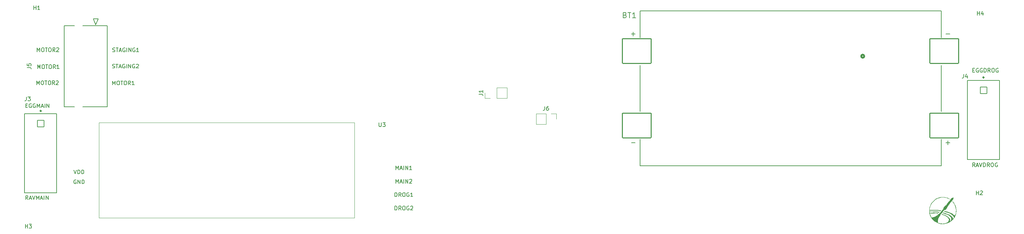
<source format=gto>
G04 #@! TF.GenerationSoftware,KiCad,Pcbnew,7.0.9*
G04 #@! TF.CreationDate,2024-04-01T22:01:12-07:00*
G04 #@! TF.ProjectId,AVcarrierBoard,41566361-7272-4696-9572-426f6172642e,rev?*
G04 #@! TF.SameCoordinates,Original*
G04 #@! TF.FileFunction,Legend,Top*
G04 #@! TF.FilePolarity,Positive*
%FSLAX46Y46*%
G04 Gerber Fmt 4.6, Leading zero omitted, Abs format (unit mm)*
G04 Created by KiCad (PCBNEW 7.0.9) date 2024-04-01 22:01:12*
%MOMM*%
%LPD*%
G01*
G04 APERTURE LIST*
G04 Aperture macros list*
%AMRoundRect*
0 Rectangle with rounded corners*
0 $1 Rounding radius*
0 $2 $3 $4 $5 $6 $7 $8 $9 X,Y pos of 4 corners*
0 Add a 4 corners polygon primitive as box body*
4,1,4,$2,$3,$4,$5,$6,$7,$8,$9,$2,$3,0*
0 Add four circle primitives for the rounded corners*
1,1,$1+$1,$2,$3*
1,1,$1+$1,$4,$5*
1,1,$1+$1,$6,$7*
1,1,$1+$1,$8,$9*
0 Add four rect primitives between the rounded corners*
20,1,$1+$1,$2,$3,$4,$5,0*
20,1,$1+$1,$4,$5,$6,$7,0*
20,1,$1+$1,$6,$7,$8,$9,0*
20,1,$1+$1,$8,$9,$2,$3,0*%
G04 Aperture macros list end*
%ADD10C,0.150000*%
%ADD11C,0.127000*%
%ADD12C,0.508000*%
%ADD13C,0.120000*%
%ADD14C,0.300000*%
%ADD15C,2.999999*%
%ADD16R,2.300000X2.300000*%
%ADD17C,2.300000*%
%ADD18C,3.170000*%
%ADD19C,3.450000*%
%ADD20C,2.390000*%
%ADD21RoundRect,0.102000X-3.670000X-3.175000X3.670000X-3.175000X3.670000X3.175000X-3.670000X3.175000X0*%
%ADD22C,3.654400*%
%ADD23C,2.387600*%
%ADD24R,1.700000X1.700000*%
%ADD25O,1.700000X1.700000*%
%ADD26RoundRect,0.102000X-0.825000X0.825000X-0.825000X-0.825000X0.825000X-0.825000X0.825000X0.825000X0*%
%ADD27C,1.854000*%
%ADD28C,3.200000*%
%ADD29R,2.032000X2.032000*%
%ADD30C,1.200000*%
%ADD31C,6.560820*%
%ADD32C,5.842000*%
%ADD33C,0.762000*%
%ADD34C,6.000000*%
%ADD35C,1.524000*%
G04 APERTURE END LIST*
D10*
X28578630Y-78203419D02*
X28578630Y-77203419D01*
X28578630Y-77203419D02*
X28911963Y-77917704D01*
X28911963Y-77917704D02*
X29245296Y-77203419D01*
X29245296Y-77203419D02*
X29245296Y-78203419D01*
X29911963Y-77203419D02*
X30102439Y-77203419D01*
X30102439Y-77203419D02*
X30197677Y-77251038D01*
X30197677Y-77251038D02*
X30292915Y-77346276D01*
X30292915Y-77346276D02*
X30340534Y-77536752D01*
X30340534Y-77536752D02*
X30340534Y-77870085D01*
X30340534Y-77870085D02*
X30292915Y-78060561D01*
X30292915Y-78060561D02*
X30197677Y-78155800D01*
X30197677Y-78155800D02*
X30102439Y-78203419D01*
X30102439Y-78203419D02*
X29911963Y-78203419D01*
X29911963Y-78203419D02*
X29816725Y-78155800D01*
X29816725Y-78155800D02*
X29721487Y-78060561D01*
X29721487Y-78060561D02*
X29673868Y-77870085D01*
X29673868Y-77870085D02*
X29673868Y-77536752D01*
X29673868Y-77536752D02*
X29721487Y-77346276D01*
X29721487Y-77346276D02*
X29816725Y-77251038D01*
X29816725Y-77251038D02*
X29911963Y-77203419D01*
X30626249Y-77203419D02*
X31197677Y-77203419D01*
X30911963Y-78203419D02*
X30911963Y-77203419D01*
X31721487Y-77203419D02*
X31911963Y-77203419D01*
X31911963Y-77203419D02*
X32007201Y-77251038D01*
X32007201Y-77251038D02*
X32102439Y-77346276D01*
X32102439Y-77346276D02*
X32150058Y-77536752D01*
X32150058Y-77536752D02*
X32150058Y-77870085D01*
X32150058Y-77870085D02*
X32102439Y-78060561D01*
X32102439Y-78060561D02*
X32007201Y-78155800D01*
X32007201Y-78155800D02*
X31911963Y-78203419D01*
X31911963Y-78203419D02*
X31721487Y-78203419D01*
X31721487Y-78203419D02*
X31626249Y-78155800D01*
X31626249Y-78155800D02*
X31531011Y-78060561D01*
X31531011Y-78060561D02*
X31483392Y-77870085D01*
X31483392Y-77870085D02*
X31483392Y-77536752D01*
X31483392Y-77536752D02*
X31531011Y-77346276D01*
X31531011Y-77346276D02*
X31626249Y-77251038D01*
X31626249Y-77251038D02*
X31721487Y-77203419D01*
X33150058Y-78203419D02*
X32816725Y-77727228D01*
X32578630Y-78203419D02*
X32578630Y-77203419D01*
X32578630Y-77203419D02*
X32959582Y-77203419D01*
X32959582Y-77203419D02*
X33054820Y-77251038D01*
X33054820Y-77251038D02*
X33102439Y-77298657D01*
X33102439Y-77298657D02*
X33150058Y-77393895D01*
X33150058Y-77393895D02*
X33150058Y-77536752D01*
X33150058Y-77536752D02*
X33102439Y-77631990D01*
X33102439Y-77631990D02*
X33054820Y-77679609D01*
X33054820Y-77679609D02*
X32959582Y-77727228D01*
X32959582Y-77727228D02*
X32578630Y-77727228D01*
X33531011Y-77298657D02*
X33578630Y-77251038D01*
X33578630Y-77251038D02*
X33673868Y-77203419D01*
X33673868Y-77203419D02*
X33911963Y-77203419D01*
X33911963Y-77203419D02*
X34007201Y-77251038D01*
X34007201Y-77251038D02*
X34054820Y-77298657D01*
X34054820Y-77298657D02*
X34102439Y-77393895D01*
X34102439Y-77393895D02*
X34102439Y-77489133D01*
X34102439Y-77489133D02*
X34054820Y-77631990D01*
X34054820Y-77631990D02*
X33483392Y-78203419D01*
X33483392Y-78203419D02*
X34102439Y-78203419D01*
X26206607Y-116201819D02*
X25873274Y-115725628D01*
X25635179Y-116201819D02*
X25635179Y-115201819D01*
X25635179Y-115201819D02*
X26016131Y-115201819D01*
X26016131Y-115201819D02*
X26111369Y-115249438D01*
X26111369Y-115249438D02*
X26158988Y-115297057D01*
X26158988Y-115297057D02*
X26206607Y-115392295D01*
X26206607Y-115392295D02*
X26206607Y-115535152D01*
X26206607Y-115535152D02*
X26158988Y-115630390D01*
X26158988Y-115630390D02*
X26111369Y-115678009D01*
X26111369Y-115678009D02*
X26016131Y-115725628D01*
X26016131Y-115725628D02*
X25635179Y-115725628D01*
X26587560Y-115916104D02*
X27063750Y-115916104D01*
X26492322Y-116201819D02*
X26825655Y-115201819D01*
X26825655Y-115201819D02*
X27158988Y-116201819D01*
X27349465Y-115201819D02*
X27682798Y-116201819D01*
X27682798Y-116201819D02*
X28016131Y-115201819D01*
X28349465Y-116201819D02*
X28349465Y-115201819D01*
X28349465Y-115201819D02*
X28682798Y-115916104D01*
X28682798Y-115916104D02*
X29016131Y-115201819D01*
X29016131Y-115201819D02*
X29016131Y-116201819D01*
X29444703Y-115916104D02*
X29920893Y-115916104D01*
X29349465Y-116201819D02*
X29682798Y-115201819D01*
X29682798Y-115201819D02*
X30016131Y-116201819D01*
X30349465Y-116201819D02*
X30349465Y-115201819D01*
X30825655Y-116201819D02*
X30825655Y-115201819D01*
X30825655Y-115201819D02*
X31397083Y-116201819D01*
X31397083Y-116201819D02*
X31397083Y-115201819D01*
X267913430Y-82962809D02*
X268246763Y-82962809D01*
X268389620Y-83486619D02*
X267913430Y-83486619D01*
X267913430Y-83486619D02*
X267913430Y-82486619D01*
X267913430Y-82486619D02*
X268389620Y-82486619D01*
X269342001Y-82534238D02*
X269246763Y-82486619D01*
X269246763Y-82486619D02*
X269103906Y-82486619D01*
X269103906Y-82486619D02*
X268961049Y-82534238D01*
X268961049Y-82534238D02*
X268865811Y-82629476D01*
X268865811Y-82629476D02*
X268818192Y-82724714D01*
X268818192Y-82724714D02*
X268770573Y-82915190D01*
X268770573Y-82915190D02*
X268770573Y-83058047D01*
X268770573Y-83058047D02*
X268818192Y-83248523D01*
X268818192Y-83248523D02*
X268865811Y-83343761D01*
X268865811Y-83343761D02*
X268961049Y-83439000D01*
X268961049Y-83439000D02*
X269103906Y-83486619D01*
X269103906Y-83486619D02*
X269199144Y-83486619D01*
X269199144Y-83486619D02*
X269342001Y-83439000D01*
X269342001Y-83439000D02*
X269389620Y-83391380D01*
X269389620Y-83391380D02*
X269389620Y-83058047D01*
X269389620Y-83058047D02*
X269199144Y-83058047D01*
X270342001Y-82534238D02*
X270246763Y-82486619D01*
X270246763Y-82486619D02*
X270103906Y-82486619D01*
X270103906Y-82486619D02*
X269961049Y-82534238D01*
X269961049Y-82534238D02*
X269865811Y-82629476D01*
X269865811Y-82629476D02*
X269818192Y-82724714D01*
X269818192Y-82724714D02*
X269770573Y-82915190D01*
X269770573Y-82915190D02*
X269770573Y-83058047D01*
X269770573Y-83058047D02*
X269818192Y-83248523D01*
X269818192Y-83248523D02*
X269865811Y-83343761D01*
X269865811Y-83343761D02*
X269961049Y-83439000D01*
X269961049Y-83439000D02*
X270103906Y-83486619D01*
X270103906Y-83486619D02*
X270199144Y-83486619D01*
X270199144Y-83486619D02*
X270342001Y-83439000D01*
X270342001Y-83439000D02*
X270389620Y-83391380D01*
X270389620Y-83391380D02*
X270389620Y-83058047D01*
X270389620Y-83058047D02*
X270199144Y-83058047D01*
X270818192Y-83486619D02*
X270818192Y-82486619D01*
X270818192Y-82486619D02*
X271056287Y-82486619D01*
X271056287Y-82486619D02*
X271199144Y-82534238D01*
X271199144Y-82534238D02*
X271294382Y-82629476D01*
X271294382Y-82629476D02*
X271342001Y-82724714D01*
X271342001Y-82724714D02*
X271389620Y-82915190D01*
X271389620Y-82915190D02*
X271389620Y-83058047D01*
X271389620Y-83058047D02*
X271342001Y-83248523D01*
X271342001Y-83248523D02*
X271294382Y-83343761D01*
X271294382Y-83343761D02*
X271199144Y-83439000D01*
X271199144Y-83439000D02*
X271056287Y-83486619D01*
X271056287Y-83486619D02*
X270818192Y-83486619D01*
X272389620Y-83486619D02*
X272056287Y-83010428D01*
X271818192Y-83486619D02*
X271818192Y-82486619D01*
X271818192Y-82486619D02*
X272199144Y-82486619D01*
X272199144Y-82486619D02*
X272294382Y-82534238D01*
X272294382Y-82534238D02*
X272342001Y-82581857D01*
X272342001Y-82581857D02*
X272389620Y-82677095D01*
X272389620Y-82677095D02*
X272389620Y-82819952D01*
X272389620Y-82819952D02*
X272342001Y-82915190D01*
X272342001Y-82915190D02*
X272294382Y-82962809D01*
X272294382Y-82962809D02*
X272199144Y-83010428D01*
X272199144Y-83010428D02*
X271818192Y-83010428D01*
X273008668Y-82486619D02*
X273199144Y-82486619D01*
X273199144Y-82486619D02*
X273294382Y-82534238D01*
X273294382Y-82534238D02*
X273389620Y-82629476D01*
X273389620Y-82629476D02*
X273437239Y-82819952D01*
X273437239Y-82819952D02*
X273437239Y-83153285D01*
X273437239Y-83153285D02*
X273389620Y-83343761D01*
X273389620Y-83343761D02*
X273294382Y-83439000D01*
X273294382Y-83439000D02*
X273199144Y-83486619D01*
X273199144Y-83486619D02*
X273008668Y-83486619D01*
X273008668Y-83486619D02*
X272913430Y-83439000D01*
X272913430Y-83439000D02*
X272818192Y-83343761D01*
X272818192Y-83343761D02*
X272770573Y-83153285D01*
X272770573Y-83153285D02*
X272770573Y-82819952D01*
X272770573Y-82819952D02*
X272818192Y-82629476D01*
X272818192Y-82629476D02*
X272913430Y-82534238D01*
X272913430Y-82534238D02*
X273008668Y-82486619D01*
X274389620Y-82534238D02*
X274294382Y-82486619D01*
X274294382Y-82486619D02*
X274151525Y-82486619D01*
X274151525Y-82486619D02*
X274008668Y-82534238D01*
X274008668Y-82534238D02*
X273913430Y-82629476D01*
X273913430Y-82629476D02*
X273865811Y-82724714D01*
X273865811Y-82724714D02*
X273818192Y-82915190D01*
X273818192Y-82915190D02*
X273818192Y-83058047D01*
X273818192Y-83058047D02*
X273865811Y-83248523D01*
X273865811Y-83248523D02*
X273913430Y-83343761D01*
X273913430Y-83343761D02*
X274008668Y-83439000D01*
X274008668Y-83439000D02*
X274151525Y-83486619D01*
X274151525Y-83486619D02*
X274246763Y-83486619D01*
X274246763Y-83486619D02*
X274389620Y-83439000D01*
X274389620Y-83439000D02*
X274437239Y-83391380D01*
X274437239Y-83391380D02*
X274437239Y-83058047D01*
X274437239Y-83058047D02*
X274246763Y-83058047D01*
X47888760Y-78206600D02*
X48031617Y-78254219D01*
X48031617Y-78254219D02*
X48269712Y-78254219D01*
X48269712Y-78254219D02*
X48364950Y-78206600D01*
X48364950Y-78206600D02*
X48412569Y-78158980D01*
X48412569Y-78158980D02*
X48460188Y-78063742D01*
X48460188Y-78063742D02*
X48460188Y-77968504D01*
X48460188Y-77968504D02*
X48412569Y-77873266D01*
X48412569Y-77873266D02*
X48364950Y-77825647D01*
X48364950Y-77825647D02*
X48269712Y-77778028D01*
X48269712Y-77778028D02*
X48079236Y-77730409D01*
X48079236Y-77730409D02*
X47983998Y-77682790D01*
X47983998Y-77682790D02*
X47936379Y-77635171D01*
X47936379Y-77635171D02*
X47888760Y-77539933D01*
X47888760Y-77539933D02*
X47888760Y-77444695D01*
X47888760Y-77444695D02*
X47936379Y-77349457D01*
X47936379Y-77349457D02*
X47983998Y-77301838D01*
X47983998Y-77301838D02*
X48079236Y-77254219D01*
X48079236Y-77254219D02*
X48317331Y-77254219D01*
X48317331Y-77254219D02*
X48460188Y-77301838D01*
X48745903Y-77254219D02*
X49317331Y-77254219D01*
X49031617Y-78254219D02*
X49031617Y-77254219D01*
X49603046Y-77968504D02*
X50079236Y-77968504D01*
X49507808Y-78254219D02*
X49841141Y-77254219D01*
X49841141Y-77254219D02*
X50174474Y-78254219D01*
X51031617Y-77301838D02*
X50936379Y-77254219D01*
X50936379Y-77254219D02*
X50793522Y-77254219D01*
X50793522Y-77254219D02*
X50650665Y-77301838D01*
X50650665Y-77301838D02*
X50555427Y-77397076D01*
X50555427Y-77397076D02*
X50507808Y-77492314D01*
X50507808Y-77492314D02*
X50460189Y-77682790D01*
X50460189Y-77682790D02*
X50460189Y-77825647D01*
X50460189Y-77825647D02*
X50507808Y-78016123D01*
X50507808Y-78016123D02*
X50555427Y-78111361D01*
X50555427Y-78111361D02*
X50650665Y-78206600D01*
X50650665Y-78206600D02*
X50793522Y-78254219D01*
X50793522Y-78254219D02*
X50888760Y-78254219D01*
X50888760Y-78254219D02*
X51031617Y-78206600D01*
X51031617Y-78206600D02*
X51079236Y-78158980D01*
X51079236Y-78158980D02*
X51079236Y-77825647D01*
X51079236Y-77825647D02*
X50888760Y-77825647D01*
X51507808Y-78254219D02*
X51507808Y-77254219D01*
X51983998Y-78254219D02*
X51983998Y-77254219D01*
X51983998Y-77254219D02*
X52555426Y-78254219D01*
X52555426Y-78254219D02*
X52555426Y-77254219D01*
X53555426Y-77301838D02*
X53460188Y-77254219D01*
X53460188Y-77254219D02*
X53317331Y-77254219D01*
X53317331Y-77254219D02*
X53174474Y-77301838D01*
X53174474Y-77301838D02*
X53079236Y-77397076D01*
X53079236Y-77397076D02*
X53031617Y-77492314D01*
X53031617Y-77492314D02*
X52983998Y-77682790D01*
X52983998Y-77682790D02*
X52983998Y-77825647D01*
X52983998Y-77825647D02*
X53031617Y-78016123D01*
X53031617Y-78016123D02*
X53079236Y-78111361D01*
X53079236Y-78111361D02*
X53174474Y-78206600D01*
X53174474Y-78206600D02*
X53317331Y-78254219D01*
X53317331Y-78254219D02*
X53412569Y-78254219D01*
X53412569Y-78254219D02*
X53555426Y-78206600D01*
X53555426Y-78206600D02*
X53603045Y-78158980D01*
X53603045Y-78158980D02*
X53603045Y-77825647D01*
X53603045Y-77825647D02*
X53412569Y-77825647D01*
X54555426Y-78254219D02*
X53983998Y-78254219D01*
X54269712Y-78254219D02*
X54269712Y-77254219D01*
X54269712Y-77254219D02*
X54174474Y-77397076D01*
X54174474Y-77397076D02*
X54079236Y-77492314D01*
X54079236Y-77492314D02*
X53983998Y-77539933D01*
X28680230Y-82572219D02*
X28680230Y-81572219D01*
X28680230Y-81572219D02*
X29013563Y-82286504D01*
X29013563Y-82286504D02*
X29346896Y-81572219D01*
X29346896Y-81572219D02*
X29346896Y-82572219D01*
X30013563Y-81572219D02*
X30204039Y-81572219D01*
X30204039Y-81572219D02*
X30299277Y-81619838D01*
X30299277Y-81619838D02*
X30394515Y-81715076D01*
X30394515Y-81715076D02*
X30442134Y-81905552D01*
X30442134Y-81905552D02*
X30442134Y-82238885D01*
X30442134Y-82238885D02*
X30394515Y-82429361D01*
X30394515Y-82429361D02*
X30299277Y-82524600D01*
X30299277Y-82524600D02*
X30204039Y-82572219D01*
X30204039Y-82572219D02*
X30013563Y-82572219D01*
X30013563Y-82572219D02*
X29918325Y-82524600D01*
X29918325Y-82524600D02*
X29823087Y-82429361D01*
X29823087Y-82429361D02*
X29775468Y-82238885D01*
X29775468Y-82238885D02*
X29775468Y-81905552D01*
X29775468Y-81905552D02*
X29823087Y-81715076D01*
X29823087Y-81715076D02*
X29918325Y-81619838D01*
X29918325Y-81619838D02*
X30013563Y-81572219D01*
X30727849Y-81572219D02*
X31299277Y-81572219D01*
X31013563Y-82572219D02*
X31013563Y-81572219D01*
X31823087Y-81572219D02*
X32013563Y-81572219D01*
X32013563Y-81572219D02*
X32108801Y-81619838D01*
X32108801Y-81619838D02*
X32204039Y-81715076D01*
X32204039Y-81715076D02*
X32251658Y-81905552D01*
X32251658Y-81905552D02*
X32251658Y-82238885D01*
X32251658Y-82238885D02*
X32204039Y-82429361D01*
X32204039Y-82429361D02*
X32108801Y-82524600D01*
X32108801Y-82524600D02*
X32013563Y-82572219D01*
X32013563Y-82572219D02*
X31823087Y-82572219D01*
X31823087Y-82572219D02*
X31727849Y-82524600D01*
X31727849Y-82524600D02*
X31632611Y-82429361D01*
X31632611Y-82429361D02*
X31584992Y-82238885D01*
X31584992Y-82238885D02*
X31584992Y-81905552D01*
X31584992Y-81905552D02*
X31632611Y-81715076D01*
X31632611Y-81715076D02*
X31727849Y-81619838D01*
X31727849Y-81619838D02*
X31823087Y-81572219D01*
X33251658Y-82572219D02*
X32918325Y-82096028D01*
X32680230Y-82572219D02*
X32680230Y-81572219D01*
X32680230Y-81572219D02*
X33061182Y-81572219D01*
X33061182Y-81572219D02*
X33156420Y-81619838D01*
X33156420Y-81619838D02*
X33204039Y-81667457D01*
X33204039Y-81667457D02*
X33251658Y-81762695D01*
X33251658Y-81762695D02*
X33251658Y-81905552D01*
X33251658Y-81905552D02*
X33204039Y-82000790D01*
X33204039Y-82000790D02*
X33156420Y-82048409D01*
X33156420Y-82048409D02*
X33061182Y-82096028D01*
X33061182Y-82096028D02*
X32680230Y-82096028D01*
X34204039Y-82572219D02*
X33632611Y-82572219D01*
X33918325Y-82572219D02*
X33918325Y-81572219D01*
X33918325Y-81572219D02*
X33823087Y-81715076D01*
X33823087Y-81715076D02*
X33727849Y-81810314D01*
X33727849Y-81810314D02*
X33632611Y-81857933D01*
X47837960Y-82372200D02*
X47980817Y-82419819D01*
X47980817Y-82419819D02*
X48218912Y-82419819D01*
X48218912Y-82419819D02*
X48314150Y-82372200D01*
X48314150Y-82372200D02*
X48361769Y-82324580D01*
X48361769Y-82324580D02*
X48409388Y-82229342D01*
X48409388Y-82229342D02*
X48409388Y-82134104D01*
X48409388Y-82134104D02*
X48361769Y-82038866D01*
X48361769Y-82038866D02*
X48314150Y-81991247D01*
X48314150Y-81991247D02*
X48218912Y-81943628D01*
X48218912Y-81943628D02*
X48028436Y-81896009D01*
X48028436Y-81896009D02*
X47933198Y-81848390D01*
X47933198Y-81848390D02*
X47885579Y-81800771D01*
X47885579Y-81800771D02*
X47837960Y-81705533D01*
X47837960Y-81705533D02*
X47837960Y-81610295D01*
X47837960Y-81610295D02*
X47885579Y-81515057D01*
X47885579Y-81515057D02*
X47933198Y-81467438D01*
X47933198Y-81467438D02*
X48028436Y-81419819D01*
X48028436Y-81419819D02*
X48266531Y-81419819D01*
X48266531Y-81419819D02*
X48409388Y-81467438D01*
X48695103Y-81419819D02*
X49266531Y-81419819D01*
X48980817Y-82419819D02*
X48980817Y-81419819D01*
X49552246Y-82134104D02*
X50028436Y-82134104D01*
X49457008Y-82419819D02*
X49790341Y-81419819D01*
X49790341Y-81419819D02*
X50123674Y-82419819D01*
X50980817Y-81467438D02*
X50885579Y-81419819D01*
X50885579Y-81419819D02*
X50742722Y-81419819D01*
X50742722Y-81419819D02*
X50599865Y-81467438D01*
X50599865Y-81467438D02*
X50504627Y-81562676D01*
X50504627Y-81562676D02*
X50457008Y-81657914D01*
X50457008Y-81657914D02*
X50409389Y-81848390D01*
X50409389Y-81848390D02*
X50409389Y-81991247D01*
X50409389Y-81991247D02*
X50457008Y-82181723D01*
X50457008Y-82181723D02*
X50504627Y-82276961D01*
X50504627Y-82276961D02*
X50599865Y-82372200D01*
X50599865Y-82372200D02*
X50742722Y-82419819D01*
X50742722Y-82419819D02*
X50837960Y-82419819D01*
X50837960Y-82419819D02*
X50980817Y-82372200D01*
X50980817Y-82372200D02*
X51028436Y-82324580D01*
X51028436Y-82324580D02*
X51028436Y-81991247D01*
X51028436Y-81991247D02*
X50837960Y-81991247D01*
X51457008Y-82419819D02*
X51457008Y-81419819D01*
X51933198Y-82419819D02*
X51933198Y-81419819D01*
X51933198Y-81419819D02*
X52504626Y-82419819D01*
X52504626Y-82419819D02*
X52504626Y-81419819D01*
X53504626Y-81467438D02*
X53409388Y-81419819D01*
X53409388Y-81419819D02*
X53266531Y-81419819D01*
X53266531Y-81419819D02*
X53123674Y-81467438D01*
X53123674Y-81467438D02*
X53028436Y-81562676D01*
X53028436Y-81562676D02*
X52980817Y-81657914D01*
X52980817Y-81657914D02*
X52933198Y-81848390D01*
X52933198Y-81848390D02*
X52933198Y-81991247D01*
X52933198Y-81991247D02*
X52980817Y-82181723D01*
X52980817Y-82181723D02*
X53028436Y-82276961D01*
X53028436Y-82276961D02*
X53123674Y-82372200D01*
X53123674Y-82372200D02*
X53266531Y-82419819D01*
X53266531Y-82419819D02*
X53361769Y-82419819D01*
X53361769Y-82419819D02*
X53504626Y-82372200D01*
X53504626Y-82372200D02*
X53552245Y-82324580D01*
X53552245Y-82324580D02*
X53552245Y-81991247D01*
X53552245Y-81991247D02*
X53361769Y-81991247D01*
X53933198Y-81515057D02*
X53980817Y-81467438D01*
X53980817Y-81467438D02*
X54076055Y-81419819D01*
X54076055Y-81419819D02*
X54314150Y-81419819D01*
X54314150Y-81419819D02*
X54409388Y-81467438D01*
X54409388Y-81467438D02*
X54457007Y-81515057D01*
X54457007Y-81515057D02*
X54504626Y-81610295D01*
X54504626Y-81610295D02*
X54504626Y-81705533D01*
X54504626Y-81705533D02*
X54457007Y-81848390D01*
X54457007Y-81848390D02*
X53885579Y-82419819D01*
X53885579Y-82419819D02*
X54504626Y-82419819D01*
X268472134Y-107769019D02*
X268138801Y-107292828D01*
X267900706Y-107769019D02*
X267900706Y-106769019D01*
X267900706Y-106769019D02*
X268281658Y-106769019D01*
X268281658Y-106769019D02*
X268376896Y-106816638D01*
X268376896Y-106816638D02*
X268424515Y-106864257D01*
X268424515Y-106864257D02*
X268472134Y-106959495D01*
X268472134Y-106959495D02*
X268472134Y-107102352D01*
X268472134Y-107102352D02*
X268424515Y-107197590D01*
X268424515Y-107197590D02*
X268376896Y-107245209D01*
X268376896Y-107245209D02*
X268281658Y-107292828D01*
X268281658Y-107292828D02*
X267900706Y-107292828D01*
X268853087Y-107483304D02*
X269329277Y-107483304D01*
X268757849Y-107769019D02*
X269091182Y-106769019D01*
X269091182Y-106769019D02*
X269424515Y-107769019D01*
X269614992Y-106769019D02*
X269948325Y-107769019D01*
X269948325Y-107769019D02*
X270281658Y-106769019D01*
X270614992Y-107769019D02*
X270614992Y-106769019D01*
X270614992Y-106769019D02*
X270853087Y-106769019D01*
X270853087Y-106769019D02*
X270995944Y-106816638D01*
X270995944Y-106816638D02*
X271091182Y-106911876D01*
X271091182Y-106911876D02*
X271138801Y-107007114D01*
X271138801Y-107007114D02*
X271186420Y-107197590D01*
X271186420Y-107197590D02*
X271186420Y-107340447D01*
X271186420Y-107340447D02*
X271138801Y-107530923D01*
X271138801Y-107530923D02*
X271091182Y-107626161D01*
X271091182Y-107626161D02*
X270995944Y-107721400D01*
X270995944Y-107721400D02*
X270853087Y-107769019D01*
X270853087Y-107769019D02*
X270614992Y-107769019D01*
X272186420Y-107769019D02*
X271853087Y-107292828D01*
X271614992Y-107769019D02*
X271614992Y-106769019D01*
X271614992Y-106769019D02*
X271995944Y-106769019D01*
X271995944Y-106769019D02*
X272091182Y-106816638D01*
X272091182Y-106816638D02*
X272138801Y-106864257D01*
X272138801Y-106864257D02*
X272186420Y-106959495D01*
X272186420Y-106959495D02*
X272186420Y-107102352D01*
X272186420Y-107102352D02*
X272138801Y-107197590D01*
X272138801Y-107197590D02*
X272091182Y-107245209D01*
X272091182Y-107245209D02*
X271995944Y-107292828D01*
X271995944Y-107292828D02*
X271614992Y-107292828D01*
X272805468Y-106769019D02*
X272995944Y-106769019D01*
X272995944Y-106769019D02*
X273091182Y-106816638D01*
X273091182Y-106816638D02*
X273186420Y-106911876D01*
X273186420Y-106911876D02*
X273234039Y-107102352D01*
X273234039Y-107102352D02*
X273234039Y-107435685D01*
X273234039Y-107435685D02*
X273186420Y-107626161D01*
X273186420Y-107626161D02*
X273091182Y-107721400D01*
X273091182Y-107721400D02*
X272995944Y-107769019D01*
X272995944Y-107769019D02*
X272805468Y-107769019D01*
X272805468Y-107769019D02*
X272710230Y-107721400D01*
X272710230Y-107721400D02*
X272614992Y-107626161D01*
X272614992Y-107626161D02*
X272567373Y-107435685D01*
X272567373Y-107435685D02*
X272567373Y-107102352D01*
X272567373Y-107102352D02*
X272614992Y-106911876D01*
X272614992Y-106911876D02*
X272710230Y-106816638D01*
X272710230Y-106816638D02*
X272805468Y-106769019D01*
X274186420Y-106816638D02*
X274091182Y-106769019D01*
X274091182Y-106769019D02*
X273948325Y-106769019D01*
X273948325Y-106769019D02*
X273805468Y-106816638D01*
X273805468Y-106816638D02*
X273710230Y-106911876D01*
X273710230Y-106911876D02*
X273662611Y-107007114D01*
X273662611Y-107007114D02*
X273614992Y-107197590D01*
X273614992Y-107197590D02*
X273614992Y-107340447D01*
X273614992Y-107340447D02*
X273662611Y-107530923D01*
X273662611Y-107530923D02*
X273710230Y-107626161D01*
X273710230Y-107626161D02*
X273805468Y-107721400D01*
X273805468Y-107721400D02*
X273948325Y-107769019D01*
X273948325Y-107769019D02*
X274043563Y-107769019D01*
X274043563Y-107769019D02*
X274186420Y-107721400D01*
X274186420Y-107721400D02*
X274234039Y-107673780D01*
X274234039Y-107673780D02*
X274234039Y-107340447D01*
X274234039Y-107340447D02*
X274043563Y-107340447D01*
X25635179Y-92056009D02*
X25968512Y-92056009D01*
X26111369Y-92579819D02*
X25635179Y-92579819D01*
X25635179Y-92579819D02*
X25635179Y-91579819D01*
X25635179Y-91579819D02*
X26111369Y-91579819D01*
X27063750Y-91627438D02*
X26968512Y-91579819D01*
X26968512Y-91579819D02*
X26825655Y-91579819D01*
X26825655Y-91579819D02*
X26682798Y-91627438D01*
X26682798Y-91627438D02*
X26587560Y-91722676D01*
X26587560Y-91722676D02*
X26539941Y-91817914D01*
X26539941Y-91817914D02*
X26492322Y-92008390D01*
X26492322Y-92008390D02*
X26492322Y-92151247D01*
X26492322Y-92151247D02*
X26539941Y-92341723D01*
X26539941Y-92341723D02*
X26587560Y-92436961D01*
X26587560Y-92436961D02*
X26682798Y-92532200D01*
X26682798Y-92532200D02*
X26825655Y-92579819D01*
X26825655Y-92579819D02*
X26920893Y-92579819D01*
X26920893Y-92579819D02*
X27063750Y-92532200D01*
X27063750Y-92532200D02*
X27111369Y-92484580D01*
X27111369Y-92484580D02*
X27111369Y-92151247D01*
X27111369Y-92151247D02*
X26920893Y-92151247D01*
X28063750Y-91627438D02*
X27968512Y-91579819D01*
X27968512Y-91579819D02*
X27825655Y-91579819D01*
X27825655Y-91579819D02*
X27682798Y-91627438D01*
X27682798Y-91627438D02*
X27587560Y-91722676D01*
X27587560Y-91722676D02*
X27539941Y-91817914D01*
X27539941Y-91817914D02*
X27492322Y-92008390D01*
X27492322Y-92008390D02*
X27492322Y-92151247D01*
X27492322Y-92151247D02*
X27539941Y-92341723D01*
X27539941Y-92341723D02*
X27587560Y-92436961D01*
X27587560Y-92436961D02*
X27682798Y-92532200D01*
X27682798Y-92532200D02*
X27825655Y-92579819D01*
X27825655Y-92579819D02*
X27920893Y-92579819D01*
X27920893Y-92579819D02*
X28063750Y-92532200D01*
X28063750Y-92532200D02*
X28111369Y-92484580D01*
X28111369Y-92484580D02*
X28111369Y-92151247D01*
X28111369Y-92151247D02*
X27920893Y-92151247D01*
X28539941Y-92579819D02*
X28539941Y-91579819D01*
X28539941Y-91579819D02*
X28873274Y-92294104D01*
X28873274Y-92294104D02*
X29206607Y-91579819D01*
X29206607Y-91579819D02*
X29206607Y-92579819D01*
X29635179Y-92294104D02*
X30111369Y-92294104D01*
X29539941Y-92579819D02*
X29873274Y-91579819D01*
X29873274Y-91579819D02*
X30206607Y-92579819D01*
X30539941Y-92579819D02*
X30539941Y-91579819D01*
X31016131Y-92579819D02*
X31016131Y-91579819D01*
X31016131Y-91579819D02*
X31587559Y-92579819D01*
X31587559Y-92579819D02*
X31587559Y-91579819D01*
X47885579Y-86737819D02*
X47885579Y-85737819D01*
X47885579Y-85737819D02*
X48218912Y-86452104D01*
X48218912Y-86452104D02*
X48552245Y-85737819D01*
X48552245Y-85737819D02*
X48552245Y-86737819D01*
X49218912Y-85737819D02*
X49409388Y-85737819D01*
X49409388Y-85737819D02*
X49504626Y-85785438D01*
X49504626Y-85785438D02*
X49599864Y-85880676D01*
X49599864Y-85880676D02*
X49647483Y-86071152D01*
X49647483Y-86071152D02*
X49647483Y-86404485D01*
X49647483Y-86404485D02*
X49599864Y-86594961D01*
X49599864Y-86594961D02*
X49504626Y-86690200D01*
X49504626Y-86690200D02*
X49409388Y-86737819D01*
X49409388Y-86737819D02*
X49218912Y-86737819D01*
X49218912Y-86737819D02*
X49123674Y-86690200D01*
X49123674Y-86690200D02*
X49028436Y-86594961D01*
X49028436Y-86594961D02*
X48980817Y-86404485D01*
X48980817Y-86404485D02*
X48980817Y-86071152D01*
X48980817Y-86071152D02*
X49028436Y-85880676D01*
X49028436Y-85880676D02*
X49123674Y-85785438D01*
X49123674Y-85785438D02*
X49218912Y-85737819D01*
X49933198Y-85737819D02*
X50504626Y-85737819D01*
X50218912Y-86737819D02*
X50218912Y-85737819D01*
X51028436Y-85737819D02*
X51218912Y-85737819D01*
X51218912Y-85737819D02*
X51314150Y-85785438D01*
X51314150Y-85785438D02*
X51409388Y-85880676D01*
X51409388Y-85880676D02*
X51457007Y-86071152D01*
X51457007Y-86071152D02*
X51457007Y-86404485D01*
X51457007Y-86404485D02*
X51409388Y-86594961D01*
X51409388Y-86594961D02*
X51314150Y-86690200D01*
X51314150Y-86690200D02*
X51218912Y-86737819D01*
X51218912Y-86737819D02*
X51028436Y-86737819D01*
X51028436Y-86737819D02*
X50933198Y-86690200D01*
X50933198Y-86690200D02*
X50837960Y-86594961D01*
X50837960Y-86594961D02*
X50790341Y-86404485D01*
X50790341Y-86404485D02*
X50790341Y-86071152D01*
X50790341Y-86071152D02*
X50837960Y-85880676D01*
X50837960Y-85880676D02*
X50933198Y-85785438D01*
X50933198Y-85785438D02*
X51028436Y-85737819D01*
X52457007Y-86737819D02*
X52123674Y-86261628D01*
X51885579Y-86737819D02*
X51885579Y-85737819D01*
X51885579Y-85737819D02*
X52266531Y-85737819D01*
X52266531Y-85737819D02*
X52361769Y-85785438D01*
X52361769Y-85785438D02*
X52409388Y-85833057D01*
X52409388Y-85833057D02*
X52457007Y-85928295D01*
X52457007Y-85928295D02*
X52457007Y-86071152D01*
X52457007Y-86071152D02*
X52409388Y-86166390D01*
X52409388Y-86166390D02*
X52361769Y-86214009D01*
X52361769Y-86214009D02*
X52266531Y-86261628D01*
X52266531Y-86261628D02*
X51885579Y-86261628D01*
X53409388Y-86737819D02*
X52837960Y-86737819D01*
X53123674Y-86737819D02*
X53123674Y-85737819D01*
X53123674Y-85737819D02*
X53028436Y-85880676D01*
X53028436Y-85880676D02*
X52933198Y-85975914D01*
X52933198Y-85975914D02*
X52837960Y-86023533D01*
X28477030Y-86687019D02*
X28477030Y-85687019D01*
X28477030Y-85687019D02*
X28810363Y-86401304D01*
X28810363Y-86401304D02*
X29143696Y-85687019D01*
X29143696Y-85687019D02*
X29143696Y-86687019D01*
X29810363Y-85687019D02*
X30000839Y-85687019D01*
X30000839Y-85687019D02*
X30096077Y-85734638D01*
X30096077Y-85734638D02*
X30191315Y-85829876D01*
X30191315Y-85829876D02*
X30238934Y-86020352D01*
X30238934Y-86020352D02*
X30238934Y-86353685D01*
X30238934Y-86353685D02*
X30191315Y-86544161D01*
X30191315Y-86544161D02*
X30096077Y-86639400D01*
X30096077Y-86639400D02*
X30000839Y-86687019D01*
X30000839Y-86687019D02*
X29810363Y-86687019D01*
X29810363Y-86687019D02*
X29715125Y-86639400D01*
X29715125Y-86639400D02*
X29619887Y-86544161D01*
X29619887Y-86544161D02*
X29572268Y-86353685D01*
X29572268Y-86353685D02*
X29572268Y-86020352D01*
X29572268Y-86020352D02*
X29619887Y-85829876D01*
X29619887Y-85829876D02*
X29715125Y-85734638D01*
X29715125Y-85734638D02*
X29810363Y-85687019D01*
X30524649Y-85687019D02*
X31096077Y-85687019D01*
X30810363Y-86687019D02*
X30810363Y-85687019D01*
X31619887Y-85687019D02*
X31810363Y-85687019D01*
X31810363Y-85687019D02*
X31905601Y-85734638D01*
X31905601Y-85734638D02*
X32000839Y-85829876D01*
X32000839Y-85829876D02*
X32048458Y-86020352D01*
X32048458Y-86020352D02*
X32048458Y-86353685D01*
X32048458Y-86353685D02*
X32000839Y-86544161D01*
X32000839Y-86544161D02*
X31905601Y-86639400D01*
X31905601Y-86639400D02*
X31810363Y-86687019D01*
X31810363Y-86687019D02*
X31619887Y-86687019D01*
X31619887Y-86687019D02*
X31524649Y-86639400D01*
X31524649Y-86639400D02*
X31429411Y-86544161D01*
X31429411Y-86544161D02*
X31381792Y-86353685D01*
X31381792Y-86353685D02*
X31381792Y-86020352D01*
X31381792Y-86020352D02*
X31429411Y-85829876D01*
X31429411Y-85829876D02*
X31524649Y-85734638D01*
X31524649Y-85734638D02*
X31619887Y-85687019D01*
X33048458Y-86687019D02*
X32715125Y-86210828D01*
X32477030Y-86687019D02*
X32477030Y-85687019D01*
X32477030Y-85687019D02*
X32857982Y-85687019D01*
X32857982Y-85687019D02*
X32953220Y-85734638D01*
X32953220Y-85734638D02*
X33000839Y-85782257D01*
X33000839Y-85782257D02*
X33048458Y-85877495D01*
X33048458Y-85877495D02*
X33048458Y-86020352D01*
X33048458Y-86020352D02*
X33000839Y-86115590D01*
X33000839Y-86115590D02*
X32953220Y-86163209D01*
X32953220Y-86163209D02*
X32857982Y-86210828D01*
X32857982Y-86210828D02*
X32477030Y-86210828D01*
X33429411Y-85782257D02*
X33477030Y-85734638D01*
X33477030Y-85734638D02*
X33572268Y-85687019D01*
X33572268Y-85687019D02*
X33810363Y-85687019D01*
X33810363Y-85687019D02*
X33905601Y-85734638D01*
X33905601Y-85734638D02*
X33953220Y-85782257D01*
X33953220Y-85782257D02*
X34000839Y-85877495D01*
X34000839Y-85877495D02*
X34000839Y-85972733D01*
X34000839Y-85972733D02*
X33953220Y-86115590D01*
X33953220Y-86115590D02*
X33381792Y-86687019D01*
X33381792Y-86687019D02*
X34000839Y-86687019D01*
X26012618Y-82263766D02*
X26726903Y-82263766D01*
X26726903Y-82263766D02*
X26869760Y-82311385D01*
X26869760Y-82311385D02*
X26964999Y-82406623D01*
X26964999Y-82406623D02*
X27012618Y-82549480D01*
X27012618Y-82549480D02*
X27012618Y-82644718D01*
X26012618Y-81311385D02*
X26012618Y-81787575D01*
X26012618Y-81787575D02*
X26488808Y-81835194D01*
X26488808Y-81835194D02*
X26441189Y-81787575D01*
X26441189Y-81787575D02*
X26393570Y-81692337D01*
X26393570Y-81692337D02*
X26393570Y-81454242D01*
X26393570Y-81454242D02*
X26441189Y-81359004D01*
X26441189Y-81359004D02*
X26488808Y-81311385D01*
X26488808Y-81311385D02*
X26584046Y-81263766D01*
X26584046Y-81263766D02*
X26822141Y-81263766D01*
X26822141Y-81263766D02*
X26917379Y-81311385D01*
X26917379Y-81311385D02*
X26964999Y-81359004D01*
X26964999Y-81359004D02*
X27012618Y-81454242D01*
X27012618Y-81454242D02*
X27012618Y-81692337D01*
X27012618Y-81692337D02*
X26964999Y-81787575D01*
X26964999Y-81787575D02*
X26917379Y-81835194D01*
X178935200Y-68791333D02*
X179135200Y-68858000D01*
X179135200Y-68858000D02*
X179201866Y-68924666D01*
X179201866Y-68924666D02*
X179268533Y-69058000D01*
X179268533Y-69058000D02*
X179268533Y-69258000D01*
X179268533Y-69258000D02*
X179201866Y-69391333D01*
X179201866Y-69391333D02*
X179135200Y-69458000D01*
X179135200Y-69458000D02*
X179001866Y-69524666D01*
X179001866Y-69524666D02*
X178468533Y-69524666D01*
X178468533Y-69524666D02*
X178468533Y-68124666D01*
X178468533Y-68124666D02*
X178935200Y-68124666D01*
X178935200Y-68124666D02*
X179068533Y-68191333D01*
X179068533Y-68191333D02*
X179135200Y-68258000D01*
X179135200Y-68258000D02*
X179201866Y-68391333D01*
X179201866Y-68391333D02*
X179201866Y-68524666D01*
X179201866Y-68524666D02*
X179135200Y-68658000D01*
X179135200Y-68658000D02*
X179068533Y-68724666D01*
X179068533Y-68724666D02*
X178935200Y-68791333D01*
X178935200Y-68791333D02*
X178468533Y-68791333D01*
X179668533Y-68124666D02*
X180468533Y-68124666D01*
X180068533Y-69524666D02*
X180068533Y-68124666D01*
X181668533Y-69524666D02*
X180868533Y-69524666D01*
X181268533Y-69524666D02*
X181268533Y-68124666D01*
X181268533Y-68124666D02*
X181135200Y-68324666D01*
X181135200Y-68324666D02*
X181001867Y-68458000D01*
X181001867Y-68458000D02*
X180868533Y-68524666D01*
X141595019Y-89131733D02*
X142309304Y-89131733D01*
X142309304Y-89131733D02*
X142452161Y-89179352D01*
X142452161Y-89179352D02*
X142547400Y-89274590D01*
X142547400Y-89274590D02*
X142595019Y-89417447D01*
X142595019Y-89417447D02*
X142595019Y-89512685D01*
X142595019Y-88131733D02*
X142595019Y-88703161D01*
X142595019Y-88417447D02*
X141595019Y-88417447D01*
X141595019Y-88417447D02*
X141737876Y-88512685D01*
X141737876Y-88512685D02*
X141833114Y-88607923D01*
X141833114Y-88607923D02*
X141880733Y-88703161D01*
X25828089Y-89827088D02*
X25828089Y-90542611D01*
X25828089Y-90542611D02*
X25780388Y-90685715D01*
X25780388Y-90685715D02*
X25684985Y-90781119D01*
X25684985Y-90781119D02*
X25541880Y-90828820D01*
X25541880Y-90828820D02*
X25446477Y-90828820D01*
X26209701Y-89827088D02*
X26829821Y-89827088D01*
X26829821Y-89827088D02*
X26495910Y-90208700D01*
X26495910Y-90208700D02*
X26639015Y-90208700D01*
X26639015Y-90208700D02*
X26734418Y-90256402D01*
X26734418Y-90256402D02*
X26782119Y-90304103D01*
X26782119Y-90304103D02*
X26829821Y-90399506D01*
X26829821Y-90399506D02*
X26829821Y-90638014D01*
X26829821Y-90638014D02*
X26782119Y-90733417D01*
X26782119Y-90733417D02*
X26734418Y-90781119D01*
X26734418Y-90781119D02*
X26639015Y-90828820D01*
X26639015Y-90828820D02*
X26352806Y-90828820D01*
X26352806Y-90828820D02*
X26257403Y-90781119D01*
X26257403Y-90781119D02*
X26209701Y-90733417D01*
X116027295Y-96456019D02*
X116027295Y-97265542D01*
X116027295Y-97265542D02*
X116074914Y-97360780D01*
X116074914Y-97360780D02*
X116122533Y-97408400D01*
X116122533Y-97408400D02*
X116217771Y-97456019D01*
X116217771Y-97456019D02*
X116408247Y-97456019D01*
X116408247Y-97456019D02*
X116503485Y-97408400D01*
X116503485Y-97408400D02*
X116551104Y-97360780D01*
X116551104Y-97360780D02*
X116598723Y-97265542D01*
X116598723Y-97265542D02*
X116598723Y-96456019D01*
X116979676Y-96456019D02*
X117598723Y-96456019D01*
X117598723Y-96456019D02*
X117265390Y-96836971D01*
X117265390Y-96836971D02*
X117408247Y-96836971D01*
X117408247Y-96836971D02*
X117503485Y-96884590D01*
X117503485Y-96884590D02*
X117551104Y-96932209D01*
X117551104Y-96932209D02*
X117598723Y-97027447D01*
X117598723Y-97027447D02*
X117598723Y-97265542D01*
X117598723Y-97265542D02*
X117551104Y-97360780D01*
X117551104Y-97360780D02*
X117503485Y-97408400D01*
X117503485Y-97408400D02*
X117408247Y-97456019D01*
X117408247Y-97456019D02*
X117122533Y-97456019D01*
X117122533Y-97456019D02*
X117027295Y-97408400D01*
X117027295Y-97408400D02*
X116979676Y-97360780D01*
X120093095Y-118894819D02*
X120093095Y-117894819D01*
X120093095Y-117894819D02*
X120331190Y-117894819D01*
X120331190Y-117894819D02*
X120474047Y-117942438D01*
X120474047Y-117942438D02*
X120569285Y-118037676D01*
X120569285Y-118037676D02*
X120616904Y-118132914D01*
X120616904Y-118132914D02*
X120664523Y-118323390D01*
X120664523Y-118323390D02*
X120664523Y-118466247D01*
X120664523Y-118466247D02*
X120616904Y-118656723D01*
X120616904Y-118656723D02*
X120569285Y-118751961D01*
X120569285Y-118751961D02*
X120474047Y-118847200D01*
X120474047Y-118847200D02*
X120331190Y-118894819D01*
X120331190Y-118894819D02*
X120093095Y-118894819D01*
X121664523Y-118894819D02*
X121331190Y-118418628D01*
X121093095Y-118894819D02*
X121093095Y-117894819D01*
X121093095Y-117894819D02*
X121474047Y-117894819D01*
X121474047Y-117894819D02*
X121569285Y-117942438D01*
X121569285Y-117942438D02*
X121616904Y-117990057D01*
X121616904Y-117990057D02*
X121664523Y-118085295D01*
X121664523Y-118085295D02*
X121664523Y-118228152D01*
X121664523Y-118228152D02*
X121616904Y-118323390D01*
X121616904Y-118323390D02*
X121569285Y-118371009D01*
X121569285Y-118371009D02*
X121474047Y-118418628D01*
X121474047Y-118418628D02*
X121093095Y-118418628D01*
X122283571Y-117894819D02*
X122474047Y-117894819D01*
X122474047Y-117894819D02*
X122569285Y-117942438D01*
X122569285Y-117942438D02*
X122664523Y-118037676D01*
X122664523Y-118037676D02*
X122712142Y-118228152D01*
X122712142Y-118228152D02*
X122712142Y-118561485D01*
X122712142Y-118561485D02*
X122664523Y-118751961D01*
X122664523Y-118751961D02*
X122569285Y-118847200D01*
X122569285Y-118847200D02*
X122474047Y-118894819D01*
X122474047Y-118894819D02*
X122283571Y-118894819D01*
X122283571Y-118894819D02*
X122188333Y-118847200D01*
X122188333Y-118847200D02*
X122093095Y-118751961D01*
X122093095Y-118751961D02*
X122045476Y-118561485D01*
X122045476Y-118561485D02*
X122045476Y-118228152D01*
X122045476Y-118228152D02*
X122093095Y-118037676D01*
X122093095Y-118037676D02*
X122188333Y-117942438D01*
X122188333Y-117942438D02*
X122283571Y-117894819D01*
X123664523Y-117942438D02*
X123569285Y-117894819D01*
X123569285Y-117894819D02*
X123426428Y-117894819D01*
X123426428Y-117894819D02*
X123283571Y-117942438D01*
X123283571Y-117942438D02*
X123188333Y-118037676D01*
X123188333Y-118037676D02*
X123140714Y-118132914D01*
X123140714Y-118132914D02*
X123093095Y-118323390D01*
X123093095Y-118323390D02*
X123093095Y-118466247D01*
X123093095Y-118466247D02*
X123140714Y-118656723D01*
X123140714Y-118656723D02*
X123188333Y-118751961D01*
X123188333Y-118751961D02*
X123283571Y-118847200D01*
X123283571Y-118847200D02*
X123426428Y-118894819D01*
X123426428Y-118894819D02*
X123521666Y-118894819D01*
X123521666Y-118894819D02*
X123664523Y-118847200D01*
X123664523Y-118847200D02*
X123712142Y-118799580D01*
X123712142Y-118799580D02*
X123712142Y-118466247D01*
X123712142Y-118466247D02*
X123521666Y-118466247D01*
X124093095Y-117990057D02*
X124140714Y-117942438D01*
X124140714Y-117942438D02*
X124235952Y-117894819D01*
X124235952Y-117894819D02*
X124474047Y-117894819D01*
X124474047Y-117894819D02*
X124569285Y-117942438D01*
X124569285Y-117942438D02*
X124616904Y-117990057D01*
X124616904Y-117990057D02*
X124664523Y-118085295D01*
X124664523Y-118085295D02*
X124664523Y-118180533D01*
X124664523Y-118180533D02*
X124616904Y-118323390D01*
X124616904Y-118323390D02*
X124045476Y-118894819D01*
X124045476Y-118894819D02*
X124664523Y-118894819D01*
X120355000Y-111974819D02*
X120355000Y-110974819D01*
X120355000Y-110974819D02*
X120688333Y-111689104D01*
X120688333Y-111689104D02*
X121021666Y-110974819D01*
X121021666Y-110974819D02*
X121021666Y-111974819D01*
X121450238Y-111689104D02*
X121926428Y-111689104D01*
X121355000Y-111974819D02*
X121688333Y-110974819D01*
X121688333Y-110974819D02*
X122021666Y-111974819D01*
X122355000Y-111974819D02*
X122355000Y-110974819D01*
X122831190Y-111974819D02*
X122831190Y-110974819D01*
X122831190Y-110974819D02*
X123402618Y-111974819D01*
X123402618Y-111974819D02*
X123402618Y-110974819D01*
X123831190Y-111070057D02*
X123878809Y-111022438D01*
X123878809Y-111022438D02*
X123974047Y-110974819D01*
X123974047Y-110974819D02*
X124212142Y-110974819D01*
X124212142Y-110974819D02*
X124307380Y-111022438D01*
X124307380Y-111022438D02*
X124354999Y-111070057D01*
X124354999Y-111070057D02*
X124402618Y-111165295D01*
X124402618Y-111165295D02*
X124402618Y-111260533D01*
X124402618Y-111260533D02*
X124354999Y-111403390D01*
X124354999Y-111403390D02*
X123783571Y-111974819D01*
X123783571Y-111974819D02*
X124402618Y-111974819D01*
X120093095Y-115434819D02*
X120093095Y-114434819D01*
X120093095Y-114434819D02*
X120331190Y-114434819D01*
X120331190Y-114434819D02*
X120474047Y-114482438D01*
X120474047Y-114482438D02*
X120569285Y-114577676D01*
X120569285Y-114577676D02*
X120616904Y-114672914D01*
X120616904Y-114672914D02*
X120664523Y-114863390D01*
X120664523Y-114863390D02*
X120664523Y-115006247D01*
X120664523Y-115006247D02*
X120616904Y-115196723D01*
X120616904Y-115196723D02*
X120569285Y-115291961D01*
X120569285Y-115291961D02*
X120474047Y-115387200D01*
X120474047Y-115387200D02*
X120331190Y-115434819D01*
X120331190Y-115434819D02*
X120093095Y-115434819D01*
X121664523Y-115434819D02*
X121331190Y-114958628D01*
X121093095Y-115434819D02*
X121093095Y-114434819D01*
X121093095Y-114434819D02*
X121474047Y-114434819D01*
X121474047Y-114434819D02*
X121569285Y-114482438D01*
X121569285Y-114482438D02*
X121616904Y-114530057D01*
X121616904Y-114530057D02*
X121664523Y-114625295D01*
X121664523Y-114625295D02*
X121664523Y-114768152D01*
X121664523Y-114768152D02*
X121616904Y-114863390D01*
X121616904Y-114863390D02*
X121569285Y-114911009D01*
X121569285Y-114911009D02*
X121474047Y-114958628D01*
X121474047Y-114958628D02*
X121093095Y-114958628D01*
X122283571Y-114434819D02*
X122474047Y-114434819D01*
X122474047Y-114434819D02*
X122569285Y-114482438D01*
X122569285Y-114482438D02*
X122664523Y-114577676D01*
X122664523Y-114577676D02*
X122712142Y-114768152D01*
X122712142Y-114768152D02*
X122712142Y-115101485D01*
X122712142Y-115101485D02*
X122664523Y-115291961D01*
X122664523Y-115291961D02*
X122569285Y-115387200D01*
X122569285Y-115387200D02*
X122474047Y-115434819D01*
X122474047Y-115434819D02*
X122283571Y-115434819D01*
X122283571Y-115434819D02*
X122188333Y-115387200D01*
X122188333Y-115387200D02*
X122093095Y-115291961D01*
X122093095Y-115291961D02*
X122045476Y-115101485D01*
X122045476Y-115101485D02*
X122045476Y-114768152D01*
X122045476Y-114768152D02*
X122093095Y-114577676D01*
X122093095Y-114577676D02*
X122188333Y-114482438D01*
X122188333Y-114482438D02*
X122283571Y-114434819D01*
X123664523Y-114482438D02*
X123569285Y-114434819D01*
X123569285Y-114434819D02*
X123426428Y-114434819D01*
X123426428Y-114434819D02*
X123283571Y-114482438D01*
X123283571Y-114482438D02*
X123188333Y-114577676D01*
X123188333Y-114577676D02*
X123140714Y-114672914D01*
X123140714Y-114672914D02*
X123093095Y-114863390D01*
X123093095Y-114863390D02*
X123093095Y-115006247D01*
X123093095Y-115006247D02*
X123140714Y-115196723D01*
X123140714Y-115196723D02*
X123188333Y-115291961D01*
X123188333Y-115291961D02*
X123283571Y-115387200D01*
X123283571Y-115387200D02*
X123426428Y-115434819D01*
X123426428Y-115434819D02*
X123521666Y-115434819D01*
X123521666Y-115434819D02*
X123664523Y-115387200D01*
X123664523Y-115387200D02*
X123712142Y-115339580D01*
X123712142Y-115339580D02*
X123712142Y-115006247D01*
X123712142Y-115006247D02*
X123521666Y-115006247D01*
X124664523Y-115434819D02*
X124093095Y-115434819D01*
X124378809Y-115434819D02*
X124378809Y-114434819D01*
X124378809Y-114434819D02*
X124283571Y-114577676D01*
X124283571Y-114577676D02*
X124188333Y-114672914D01*
X124188333Y-114672914D02*
X124093095Y-114720533D01*
X37941667Y-108594819D02*
X38275000Y-109594819D01*
X38275000Y-109594819D02*
X38608333Y-108594819D01*
X38941667Y-109594819D02*
X38941667Y-108594819D01*
X38941667Y-108594819D02*
X39179762Y-108594819D01*
X39179762Y-108594819D02*
X39322619Y-108642438D01*
X39322619Y-108642438D02*
X39417857Y-108737676D01*
X39417857Y-108737676D02*
X39465476Y-108832914D01*
X39465476Y-108832914D02*
X39513095Y-109023390D01*
X39513095Y-109023390D02*
X39513095Y-109166247D01*
X39513095Y-109166247D02*
X39465476Y-109356723D01*
X39465476Y-109356723D02*
X39417857Y-109451961D01*
X39417857Y-109451961D02*
X39322619Y-109547200D01*
X39322619Y-109547200D02*
X39179762Y-109594819D01*
X39179762Y-109594819D02*
X38941667Y-109594819D01*
X39941667Y-109594819D02*
X39941667Y-108594819D01*
X39941667Y-108594819D02*
X40179762Y-108594819D01*
X40179762Y-108594819D02*
X40322619Y-108642438D01*
X40322619Y-108642438D02*
X40417857Y-108737676D01*
X40417857Y-108737676D02*
X40465476Y-108832914D01*
X40465476Y-108832914D02*
X40513095Y-109023390D01*
X40513095Y-109023390D02*
X40513095Y-109166247D01*
X40513095Y-109166247D02*
X40465476Y-109356723D01*
X40465476Y-109356723D02*
X40417857Y-109451961D01*
X40417857Y-109451961D02*
X40322619Y-109547200D01*
X40322619Y-109547200D02*
X40179762Y-109594819D01*
X40179762Y-109594819D02*
X39941667Y-109594819D01*
X38513095Y-111182438D02*
X38417857Y-111134819D01*
X38417857Y-111134819D02*
X38275000Y-111134819D01*
X38275000Y-111134819D02*
X38132143Y-111182438D01*
X38132143Y-111182438D02*
X38036905Y-111277676D01*
X38036905Y-111277676D02*
X37989286Y-111372914D01*
X37989286Y-111372914D02*
X37941667Y-111563390D01*
X37941667Y-111563390D02*
X37941667Y-111706247D01*
X37941667Y-111706247D02*
X37989286Y-111896723D01*
X37989286Y-111896723D02*
X38036905Y-111991961D01*
X38036905Y-111991961D02*
X38132143Y-112087200D01*
X38132143Y-112087200D02*
X38275000Y-112134819D01*
X38275000Y-112134819D02*
X38370238Y-112134819D01*
X38370238Y-112134819D02*
X38513095Y-112087200D01*
X38513095Y-112087200D02*
X38560714Y-112039580D01*
X38560714Y-112039580D02*
X38560714Y-111706247D01*
X38560714Y-111706247D02*
X38370238Y-111706247D01*
X38989286Y-112134819D02*
X38989286Y-111134819D01*
X38989286Y-111134819D02*
X39560714Y-112134819D01*
X39560714Y-112134819D02*
X39560714Y-111134819D01*
X40036905Y-112134819D02*
X40036905Y-111134819D01*
X40036905Y-111134819D02*
X40275000Y-111134819D01*
X40275000Y-111134819D02*
X40417857Y-111182438D01*
X40417857Y-111182438D02*
X40513095Y-111277676D01*
X40513095Y-111277676D02*
X40560714Y-111372914D01*
X40560714Y-111372914D02*
X40608333Y-111563390D01*
X40608333Y-111563390D02*
X40608333Y-111706247D01*
X40608333Y-111706247D02*
X40560714Y-111896723D01*
X40560714Y-111896723D02*
X40513095Y-111991961D01*
X40513095Y-111991961D02*
X40417857Y-112087200D01*
X40417857Y-112087200D02*
X40275000Y-112134819D01*
X40275000Y-112134819D02*
X40036905Y-112134819D01*
X120355000Y-108514819D02*
X120355000Y-107514819D01*
X120355000Y-107514819D02*
X120688333Y-108229104D01*
X120688333Y-108229104D02*
X121021666Y-107514819D01*
X121021666Y-107514819D02*
X121021666Y-108514819D01*
X121450238Y-108229104D02*
X121926428Y-108229104D01*
X121355000Y-108514819D02*
X121688333Y-107514819D01*
X121688333Y-107514819D02*
X122021666Y-108514819D01*
X122355000Y-108514819D02*
X122355000Y-107514819D01*
X122831190Y-108514819D02*
X122831190Y-107514819D01*
X122831190Y-107514819D02*
X123402618Y-108514819D01*
X123402618Y-108514819D02*
X123402618Y-107514819D01*
X124402618Y-108514819D02*
X123831190Y-108514819D01*
X124116904Y-108514819D02*
X124116904Y-107514819D01*
X124116904Y-107514819D02*
X124021666Y-107657676D01*
X124021666Y-107657676D02*
X123926428Y-107752914D01*
X123926428Y-107752914D02*
X123831190Y-107800533D01*
X27686095Y-67418419D02*
X27686095Y-66418419D01*
X27686095Y-66894609D02*
X28257523Y-66894609D01*
X28257523Y-67418419D02*
X28257523Y-66418419D01*
X29257523Y-67418419D02*
X28686095Y-67418419D01*
X28971809Y-67418419D02*
X28971809Y-66418419D01*
X28971809Y-66418419D02*
X28876571Y-66561276D01*
X28876571Y-66561276D02*
X28781333Y-66656514D01*
X28781333Y-66656514D02*
X28686095Y-66704133D01*
X25552495Y-123543219D02*
X25552495Y-122543219D01*
X25552495Y-123019409D02*
X26123923Y-123019409D01*
X26123923Y-123543219D02*
X26123923Y-122543219D01*
X26504876Y-122543219D02*
X27123923Y-122543219D01*
X27123923Y-122543219D02*
X26790590Y-122924171D01*
X26790590Y-122924171D02*
X26933447Y-122924171D01*
X26933447Y-122924171D02*
X27028685Y-122971790D01*
X27028685Y-122971790D02*
X27076304Y-123019409D01*
X27076304Y-123019409D02*
X27123923Y-123114647D01*
X27123923Y-123114647D02*
X27123923Y-123352742D01*
X27123923Y-123352742D02*
X27076304Y-123447980D01*
X27076304Y-123447980D02*
X27028685Y-123495600D01*
X27028685Y-123495600D02*
X26933447Y-123543219D01*
X26933447Y-123543219D02*
X26647733Y-123543219D01*
X26647733Y-123543219D02*
X26552495Y-123495600D01*
X26552495Y-123495600D02*
X26504876Y-123447980D01*
X265604089Y-83985088D02*
X265604089Y-84700611D01*
X265604089Y-84700611D02*
X265556388Y-84843715D01*
X265556388Y-84843715D02*
X265460985Y-84939119D01*
X265460985Y-84939119D02*
X265317880Y-84986820D01*
X265317880Y-84986820D02*
X265222477Y-84986820D01*
X266510418Y-84318999D02*
X266510418Y-84986820D01*
X266271910Y-83937387D02*
X266033403Y-84652909D01*
X266033403Y-84652909D02*
X266653522Y-84652909D01*
X268833695Y-114967219D02*
X268833695Y-113967219D01*
X268833695Y-114443409D02*
X269405123Y-114443409D01*
X269405123Y-114967219D02*
X269405123Y-113967219D01*
X269833695Y-114062457D02*
X269881314Y-114014838D01*
X269881314Y-114014838D02*
X269976552Y-113967219D01*
X269976552Y-113967219D02*
X270214647Y-113967219D01*
X270214647Y-113967219D02*
X270309885Y-114014838D01*
X270309885Y-114014838D02*
X270357504Y-114062457D01*
X270357504Y-114062457D02*
X270405123Y-114157695D01*
X270405123Y-114157695D02*
X270405123Y-114252933D01*
X270405123Y-114252933D02*
X270357504Y-114395790D01*
X270357504Y-114395790D02*
X269786076Y-114967219D01*
X269786076Y-114967219D02*
X270405123Y-114967219D01*
X158416666Y-92266419D02*
X158416666Y-92980704D01*
X158416666Y-92980704D02*
X158369047Y-93123561D01*
X158369047Y-93123561D02*
X158273809Y-93218800D01*
X158273809Y-93218800D02*
X158130952Y-93266419D01*
X158130952Y-93266419D02*
X158035714Y-93266419D01*
X159321428Y-92266419D02*
X159130952Y-92266419D01*
X159130952Y-92266419D02*
X159035714Y-92314038D01*
X159035714Y-92314038D02*
X158988095Y-92361657D01*
X158988095Y-92361657D02*
X158892857Y-92504514D01*
X158892857Y-92504514D02*
X158845238Y-92694990D01*
X158845238Y-92694990D02*
X158845238Y-93075942D01*
X158845238Y-93075942D02*
X158892857Y-93171180D01*
X158892857Y-93171180D02*
X158940476Y-93218800D01*
X158940476Y-93218800D02*
X159035714Y-93266419D01*
X159035714Y-93266419D02*
X159226190Y-93266419D01*
X159226190Y-93266419D02*
X159321428Y-93218800D01*
X159321428Y-93218800D02*
X159369047Y-93171180D01*
X159369047Y-93171180D02*
X159416666Y-93075942D01*
X159416666Y-93075942D02*
X159416666Y-92837847D01*
X159416666Y-92837847D02*
X159369047Y-92742609D01*
X159369047Y-92742609D02*
X159321428Y-92694990D01*
X159321428Y-92694990D02*
X159226190Y-92647371D01*
X159226190Y-92647371D02*
X159035714Y-92647371D01*
X159035714Y-92647371D02*
X158940476Y-92694990D01*
X158940476Y-92694990D02*
X158892857Y-92742609D01*
X158892857Y-92742609D02*
X158845238Y-92837847D01*
X269087695Y-68840819D02*
X269087695Y-67840819D01*
X269087695Y-68317009D02*
X269659123Y-68317009D01*
X269659123Y-68840819D02*
X269659123Y-67840819D01*
X270563885Y-68174152D02*
X270563885Y-68840819D01*
X270325790Y-67793200D02*
X270087695Y-68507485D01*
X270087695Y-68507485D02*
X270706742Y-68507485D01*
D11*
X35457797Y-92330413D02*
X38140511Y-92330413D01*
X40193088Y-92330413D02*
X46457798Y-92330413D01*
X46457798Y-92330413D02*
X46457798Y-71530454D01*
X35457797Y-71530454D02*
X35457797Y-92330413D01*
X38140467Y-71530454D02*
X35457797Y-71530454D01*
X46457798Y-71530454D02*
X40193133Y-71530454D01*
X43557799Y-71276454D02*
X42922799Y-69752454D01*
X42922799Y-69752454D02*
X44192799Y-69752454D01*
X44192799Y-69752454D02*
X43557799Y-71276454D01*
X180570000Y-73630000D02*
X181570000Y-73630000D01*
X180570000Y-101630000D02*
X181570000Y-101630000D01*
X181070000Y-73130000D02*
X181070000Y-74130000D01*
X182790000Y-67740000D02*
X259850000Y-67740000D01*
X182790000Y-74580000D02*
X182790000Y-67740000D01*
X182790000Y-81680000D02*
X182790000Y-93580000D01*
X182790000Y-100680000D02*
X182790000Y-107520000D01*
X182790000Y-107520000D02*
X259850000Y-107520000D01*
X259850000Y-67740000D02*
X259850000Y-74580000D01*
X259850000Y-81680000D02*
X259850000Y-93580000D01*
X259850000Y-107520000D02*
X259850000Y-100680000D01*
X261570000Y-102130000D02*
X261570000Y-101130000D01*
X262070000Y-73630000D02*
X261070000Y-73630000D01*
X262070000Y-101630000D02*
X261070000Y-101630000D01*
D12*
X240144300Y-79375000D02*
G75*
G03*
X240144300Y-79375000I-381000J0D01*
G01*
G36*
X260607949Y-115567586D02*
G01*
X261043264Y-115642611D01*
X261472875Y-115774716D01*
X261772099Y-115903722D01*
X261894216Y-115965297D01*
X261993398Y-116019664D01*
X262058807Y-116060585D01*
X262079842Y-116080844D01*
X262068229Y-116113445D01*
X262028738Y-116119075D01*
X261954384Y-116096285D01*
X261838186Y-116043626D01*
X261793284Y-116021366D01*
X261447297Y-115870657D01*
X261087671Y-115756348D01*
X260856146Y-115705292D01*
X260645450Y-115678970D01*
X260398757Y-115666005D01*
X260138600Y-115666348D01*
X259887512Y-115679948D01*
X259668027Y-115706754D01*
X259660994Y-115707966D01*
X259239098Y-115811159D01*
X258839158Y-115967389D01*
X258465155Y-116172400D01*
X258121070Y-116421936D01*
X257810884Y-116711739D01*
X257538578Y-117037552D01*
X257308134Y-117395121D01*
X257123532Y-117780187D01*
X256988755Y-118188494D01*
X256907784Y-118615786D01*
X256903100Y-118656610D01*
X256882770Y-118844258D01*
X257492240Y-118844694D01*
X257744285Y-118846973D01*
X258009413Y-118853132D01*
X258280521Y-118862676D01*
X258550510Y-118875112D01*
X258812279Y-118889943D01*
X259058728Y-118906675D01*
X259282755Y-118924813D01*
X259477261Y-118943863D01*
X259635144Y-118963330D01*
X259749304Y-118982718D01*
X259812640Y-119001533D01*
X259820620Y-119006943D01*
X259815972Y-119039042D01*
X259779575Y-119086237D01*
X259752975Y-119110354D01*
X259723264Y-119125540D01*
X259679496Y-119132134D01*
X259610721Y-119130473D01*
X259505993Y-119120897D01*
X259354362Y-119103743D01*
X259324777Y-119100290D01*
X259094739Y-119076974D01*
X258829978Y-119056067D01*
X258543886Y-119038131D01*
X258249850Y-119023729D01*
X257961263Y-119013425D01*
X257691512Y-119007781D01*
X257453988Y-119007361D01*
X257262080Y-119012728D01*
X257253541Y-119013179D01*
X256885752Y-119033174D01*
X256885752Y-119144598D01*
X256885752Y-119256022D01*
X257718908Y-119273506D01*
X257955394Y-119280088D01*
X258198297Y-119289763D01*
X258439793Y-119301947D01*
X258672060Y-119316054D01*
X258887275Y-119331500D01*
X259077613Y-119347699D01*
X259235252Y-119364068D01*
X259352369Y-119380021D01*
X259421140Y-119394973D01*
X259434847Y-119401785D01*
X259426748Y-119430566D01*
X259387202Y-119478611D01*
X259353881Y-119507871D01*
X259316940Y-119523890D01*
X259262014Y-119527921D01*
X259174740Y-119521219D01*
X259058609Y-119507292D01*
X258726672Y-119472147D01*
X258355056Y-119444423D01*
X257963801Y-119425257D01*
X257572949Y-119415788D01*
X257433683Y-119414970D01*
X257242371Y-119414831D01*
X257103426Y-119416477D01*
X257009177Y-119422674D01*
X256951952Y-119436185D01*
X256924080Y-119459773D01*
X256917888Y-119496202D01*
X256925706Y-119548234D01*
X256935226Y-119594525D01*
X256954677Y-119691778D01*
X257408098Y-119671028D01*
X257596829Y-119666239D01*
X257817204Y-119666858D01*
X258055154Y-119672266D01*
X258296610Y-119681843D01*
X258527506Y-119694973D01*
X258733772Y-119711036D01*
X258901341Y-119729414D01*
X258968107Y-119739609D01*
X259040533Y-119754414D01*
X259062207Y-119770367D01*
X259041703Y-119797896D01*
X259027096Y-119811338D01*
X258992850Y-119835478D01*
X258947896Y-119847861D01*
X258878186Y-119849480D01*
X258769670Y-119841328D01*
X258701124Y-119834390D01*
X258595119Y-119826338D01*
X258450301Y-119819726D01*
X258276551Y-119814580D01*
X258083747Y-119810930D01*
X257881769Y-119808804D01*
X257680496Y-119808228D01*
X257489806Y-119809233D01*
X257319580Y-119811844D01*
X257179696Y-119816092D01*
X257080033Y-119822003D01*
X257030472Y-119829606D01*
X257030381Y-119829642D01*
X257004412Y-119845409D01*
X256996818Y-119874108D01*
X257008319Y-119930150D01*
X257039634Y-120027944D01*
X257040389Y-120030192D01*
X257102863Y-120199873D01*
X257173552Y-120365441D01*
X257246620Y-120515420D01*
X257316236Y-120638333D01*
X257376566Y-120722704D01*
X257406479Y-120750449D01*
X257454988Y-120776103D01*
X257509822Y-120786493D01*
X257588933Y-120782662D01*
X257699007Y-120767405D01*
X257902557Y-120724024D01*
X258094775Y-120655604D01*
X258294944Y-120554359D01*
X258431969Y-120471387D01*
X258723203Y-120270826D01*
X259020241Y-120034917D01*
X259327711Y-119759421D01*
X259650241Y-119440099D01*
X259992463Y-119072711D01*
X260138298Y-118908618D01*
X260463539Y-118538175D01*
X260397859Y-118468261D01*
X260369080Y-118437043D01*
X260353446Y-118409783D01*
X260355042Y-118377533D01*
X260377956Y-118331347D01*
X260426275Y-118262275D01*
X260504084Y-118161370D01*
X260585046Y-118058410D01*
X260697428Y-117922465D01*
X260784436Y-117833700D01*
X260850933Y-117787415D01*
X260873596Y-117779583D01*
X260894946Y-117773036D01*
X260918715Y-117760281D01*
X260947928Y-117737706D01*
X260985609Y-117701701D01*
X261034785Y-117648653D01*
X261098480Y-117574953D01*
X261179720Y-117476990D01*
X261281530Y-117351153D01*
X261406935Y-117193830D01*
X261558961Y-117001411D01*
X261740633Y-116770286D01*
X261954976Y-116496843D01*
X262050263Y-116375160D01*
X262514249Y-115782540D01*
X262732388Y-115709197D01*
X262950527Y-115635854D01*
X262950527Y-115734683D01*
X262949755Y-115824363D01*
X262944946Y-115901378D01*
X262932368Y-115972523D01*
X262908286Y-116044595D01*
X262868963Y-116124387D01*
X262810666Y-116218697D01*
X262729661Y-116334319D01*
X262622211Y-116478048D01*
X262484583Y-116656679D01*
X262345793Y-116834990D01*
X262129880Y-117112511D01*
X261948318Y-117347179D01*
X261798111Y-117543158D01*
X261676263Y-117704615D01*
X261579777Y-117835715D01*
X261505655Y-117940623D01*
X261450902Y-118023505D01*
X261412521Y-118088525D01*
X261387515Y-118139849D01*
X261372887Y-118181644D01*
X261370653Y-118190444D01*
X261339243Y-118265082D01*
X261275604Y-118372664D01*
X261187273Y-118501141D01*
X261122395Y-118587314D01*
X260900528Y-118872395D01*
X260817470Y-118813253D01*
X260734413Y-118754110D01*
X260346461Y-119242033D01*
X260100544Y-119553309D01*
X259890309Y-119824567D01*
X259712368Y-120061384D01*
X259563332Y-120269340D01*
X259439811Y-120454012D01*
X259338418Y-120620981D01*
X259255763Y-120775823D01*
X259188458Y-120924119D01*
X259133114Y-121071446D01*
X259086343Y-121223384D01*
X259044976Y-121384577D01*
X258998622Y-121621826D01*
X258980125Y-121822612D01*
X258989535Y-121981733D01*
X259026907Y-122093982D01*
X259037625Y-122110192D01*
X259114216Y-122173023D01*
X259240503Y-122230379D01*
X259406275Y-122280900D01*
X259601323Y-122323224D01*
X259815436Y-122355992D01*
X260038403Y-122377844D01*
X260260014Y-122387419D01*
X260470060Y-122383357D01*
X260658329Y-122364297D01*
X260771887Y-122341252D01*
X260979864Y-122270851D01*
X261186434Y-122171711D01*
X261379844Y-122051926D01*
X261548347Y-121919589D01*
X261680192Y-121782795D01*
X261758088Y-121661943D01*
X261796245Y-121531124D01*
X261807887Y-121376114D01*
X261792422Y-121226279D01*
X261768431Y-121147608D01*
X261668072Y-120979251D01*
X261513401Y-120811195D01*
X261310054Y-120647179D01*
X261063668Y-120490942D01*
X260779878Y-120346222D01*
X260464322Y-120216758D01*
X260260795Y-120147552D01*
X260128166Y-120104221D01*
X260019508Y-120065753D01*
X259945945Y-120036297D01*
X259918601Y-120020003D01*
X259918599Y-120019900D01*
X259933226Y-119979850D01*
X259944880Y-119959417D01*
X259987207Y-119945593D01*
X260075694Y-119954310D01*
X260202029Y-119982840D01*
X260357899Y-120028454D01*
X260534995Y-120088426D01*
X260725002Y-120160026D01*
X260919610Y-120240528D01*
X261110506Y-120327203D01*
X261201883Y-120371961D01*
X261493275Y-120537475D01*
X261731216Y-120713114D01*
X261914299Y-120897287D01*
X262041118Y-121088406D01*
X262110268Y-121284881D01*
X262123619Y-121413930D01*
X262118980Y-121530456D01*
X262097248Y-121621167D01*
X262049584Y-121716824D01*
X262024883Y-121757579D01*
X261924889Y-121918436D01*
X262054907Y-121812445D01*
X262188144Y-121681886D01*
X262303611Y-121527847D01*
X262387114Y-121370776D01*
X262412532Y-121297170D01*
X262433104Y-121110848D01*
X262395333Y-120926569D01*
X262300920Y-120745839D01*
X262151568Y-120570169D01*
X261948978Y-120401065D01*
X261694852Y-120240038D01*
X261390893Y-120088594D01*
X261038800Y-119948243D01*
X260800955Y-119868670D01*
X260644926Y-119820396D01*
X260497800Y-119775883D01*
X260375086Y-119739758D01*
X260292294Y-119716648D01*
X260285985Y-119715022D01*
X260207975Y-119693325D01*
X260178262Y-119672893D01*
X260186906Y-119640367D01*
X260206873Y-119608718D01*
X260247273Y-119555895D01*
X260274370Y-119534897D01*
X260308835Y-119542206D01*
X260390227Y-119562196D01*
X260507454Y-119592068D01*
X260649425Y-119629023D01*
X260696177Y-119641334D01*
X261159883Y-119778179D01*
X261574779Y-119930616D01*
X261938032Y-120097401D01*
X262246811Y-120277293D01*
X262404994Y-120391192D01*
X262593260Y-120557617D01*
X262728094Y-120721687D01*
X262815176Y-120891608D01*
X262855008Y-121041503D01*
X262875668Y-121162528D01*
X262976623Y-121021951D01*
X263034725Y-120934415D01*
X263061193Y-120868385D01*
X263063378Y-120799695D01*
X263057537Y-120756019D01*
X262999602Y-120576133D01*
X262885241Y-120395781D01*
X262717964Y-120218153D01*
X262501280Y-120046440D01*
X262238699Y-119883832D01*
X261933730Y-119733519D01*
X261931618Y-119732589D01*
X261684380Y-119632612D01*
X261400662Y-119532373D01*
X261103515Y-119439488D01*
X260815987Y-119361575D01*
X260788825Y-119354942D01*
X260665992Y-119324530D01*
X260566938Y-119298592D01*
X260504938Y-119280682D01*
X260490972Y-119275208D01*
X260500361Y-119248691D01*
X260540155Y-119198630D01*
X260545309Y-119193071D01*
X260612273Y-119121791D01*
X260873185Y-119179880D01*
X261377837Y-119306654D01*
X261840271Y-119452391D01*
X262257138Y-119615632D01*
X262625086Y-119794919D01*
X262940766Y-119988792D01*
X263195775Y-120191151D01*
X263365963Y-120346991D01*
X263431149Y-120173580D01*
X263541651Y-119801348D01*
X263606243Y-119403213D01*
X263624884Y-118992023D01*
X263597529Y-118580629D01*
X263524137Y-118181881D01*
X263438733Y-117898513D01*
X263257462Y-117481624D01*
X263022017Y-117090458D01*
X262807619Y-116811430D01*
X262735110Y-116715880D01*
X262699774Y-116648898D01*
X262700234Y-116615691D01*
X262735113Y-116621467D01*
X262803034Y-116671432D01*
X262836462Y-116702352D01*
X262933150Y-116810208D01*
X263045103Y-116957844D01*
X263162648Y-117130417D01*
X263276110Y-117313087D01*
X263375817Y-117491008D01*
X263449048Y-117642262D01*
X263507351Y-117789413D01*
X263568328Y-117963659D01*
X263621164Y-118133583D01*
X263633710Y-118178647D01*
X263662539Y-118291567D01*
X263683383Y-118391937D01*
X263697551Y-118493436D01*
X263706358Y-118609743D01*
X263711116Y-118754537D01*
X263713136Y-118941495D01*
X263713409Y-119009388D01*
X263710152Y-119283282D01*
X263696583Y-119513843D01*
X263669804Y-119717324D01*
X263626915Y-119909980D01*
X263565017Y-120108064D01*
X263481213Y-120327830D01*
X263475971Y-120340720D01*
X263284019Y-120734381D01*
X263042516Y-121101051D01*
X262757074Y-121435648D01*
X262433306Y-121733089D01*
X262076826Y-121988292D01*
X261693246Y-122196174D01*
X261288179Y-122351652D01*
X261238896Y-122366401D01*
X260903537Y-122443069D01*
X260541860Y-122489318D01*
X260176843Y-122503486D01*
X259831462Y-122483913D01*
X259753010Y-122473861D01*
X259403941Y-122400538D01*
X259042494Y-122282294D01*
X258686566Y-122126066D01*
X258354051Y-121938788D01*
X258326266Y-121920895D01*
X258156322Y-121795459D01*
X257968831Y-121632447D01*
X257777270Y-121445699D01*
X257595112Y-121249052D01*
X257435832Y-121056346D01*
X257312906Y-120881418D01*
X257310833Y-120878070D01*
X257093164Y-120471315D01*
X256931947Y-120051523D01*
X256826664Y-119623274D01*
X256776798Y-119191150D01*
X256781830Y-118759733D01*
X256841241Y-118333603D01*
X256954513Y-117917343D01*
X257121128Y-117515533D01*
X257340568Y-117132755D01*
X257612314Y-116773591D01*
X257797792Y-116573792D01*
X258140780Y-116271547D01*
X258511128Y-116020808D01*
X258904113Y-115822373D01*
X259315011Y-115677036D01*
X259739099Y-115585595D01*
X260171653Y-115548846D01*
X260607949Y-115567586D01*
G37*
D13*
X143140200Y-90128400D02*
X143140200Y-88798400D01*
X144470200Y-90128400D02*
X143140200Y-90128400D01*
X146170200Y-90128400D02*
X148770200Y-90128400D01*
X146170200Y-90128400D02*
X146170200Y-87468400D01*
X148770200Y-90128400D02*
X148770200Y-87468400D01*
X146170200Y-87468400D02*
X148770200Y-87468400D01*
D11*
X33564000Y-94183200D02*
X33564000Y-114503200D01*
X25364000Y-94183200D02*
X33564000Y-94183200D01*
X33564000Y-114503200D02*
X25364000Y-114503200D01*
X25364000Y-114503200D02*
X25364000Y-94183200D01*
D14*
X29614000Y-93413200D02*
G75*
G03*
X29614000Y-93413200I-150000J0D01*
G01*
D13*
X44355000Y-96440000D02*
X109755000Y-96440000D01*
X109755000Y-96440000D02*
X109755000Y-120880000D01*
X109755000Y-120880000D02*
X44355000Y-120880000D01*
X44355000Y-120880000D02*
X44355000Y-96440000D01*
D11*
X274750000Y-85597500D02*
X274750000Y-105917500D01*
X266550000Y-85597500D02*
X274750000Y-85597500D01*
X274750000Y-105917500D02*
X266550000Y-105917500D01*
X266550000Y-105917500D02*
X266550000Y-85597500D01*
D14*
X270800000Y-84827500D02*
G75*
G03*
X270800000Y-84827500I-150000J0D01*
G01*
D13*
X161400800Y-94174000D02*
X161400800Y-95504000D01*
X160070800Y-94174000D02*
X161400800Y-94174000D01*
X158800800Y-94174000D02*
X156200800Y-94174000D01*
X158800800Y-94174000D02*
X158800800Y-96834000D01*
X156200800Y-94174000D02*
X156200800Y-96834000D01*
X158800800Y-96834000D02*
X156200800Y-96834000D01*
%LPC*%
D15*
X39166800Y-90830400D03*
X39166800Y-73030436D03*
D16*
X43557799Y-77730434D03*
D17*
X43557799Y-81930433D03*
X43557799Y-86130432D03*
X39357800Y-77730434D03*
X39357800Y-81930433D03*
X39357800Y-86130432D03*
D18*
X193720000Y-87630000D03*
D19*
X193720000Y-105135000D03*
X248920000Y-70125000D03*
D18*
X248920000Y-87630000D03*
D20*
X257140000Y-105135000D03*
D21*
X181990000Y-78075000D03*
X260650000Y-78075000D03*
X181990000Y-97185000D03*
X260650000Y-97185000D03*
D22*
X222250000Y-87376000D03*
X167005000Y-71374000D03*
D23*
X158775400Y-87376000D03*
D24*
X144470200Y-88798400D03*
D25*
X147440200Y-88798400D03*
D26*
X29464000Y-96723200D03*
D27*
X29464000Y-101803200D03*
X29464000Y-106883200D03*
X29464000Y-111963200D03*
D28*
X46418750Y-98503750D03*
X46418750Y-118823750D03*
X107696250Y-98503750D03*
X107696250Y-118823750D03*
D29*
X117275000Y-108060000D03*
X117275000Y-111520000D03*
X117275000Y-114980000D03*
X117275000Y-118440000D03*
D30*
X36735000Y-109140000D03*
X36735000Y-111680000D03*
D28*
X28448000Y-70713600D03*
X29006800Y-119430800D03*
D26*
X270650000Y-88137500D03*
D27*
X270650000Y-93217500D03*
X270650000Y-98297500D03*
X270650000Y-103377500D03*
D28*
X269595600Y-118262400D03*
D24*
X160070800Y-95504000D03*
D25*
X157530800Y-95504000D03*
D28*
X269849600Y-72136000D03*
D31*
X155321000Y-103505000D03*
X184264300Y-116459000D03*
D29*
X217265000Y-117475000D03*
X213725000Y-117475000D03*
X210185000Y-117475000D03*
X206645000Y-117475000D03*
X203265000Y-117475000D03*
X200025000Y-117475000D03*
D32*
X62616800Y-89756000D03*
X88016800Y-77056000D03*
D33*
X106599387Y-76305535D03*
X106599387Y-73765535D03*
D34*
X131210000Y-78920000D03*
D35*
X148310000Y-71120000D03*
X148310000Y-79620000D03*
X113310000Y-71120000D03*
X113310000Y-79620000D03*
D24*
X149453600Y-101442600D03*
D25*
X149453600Y-104412600D03*
%LPD*%
M02*

</source>
